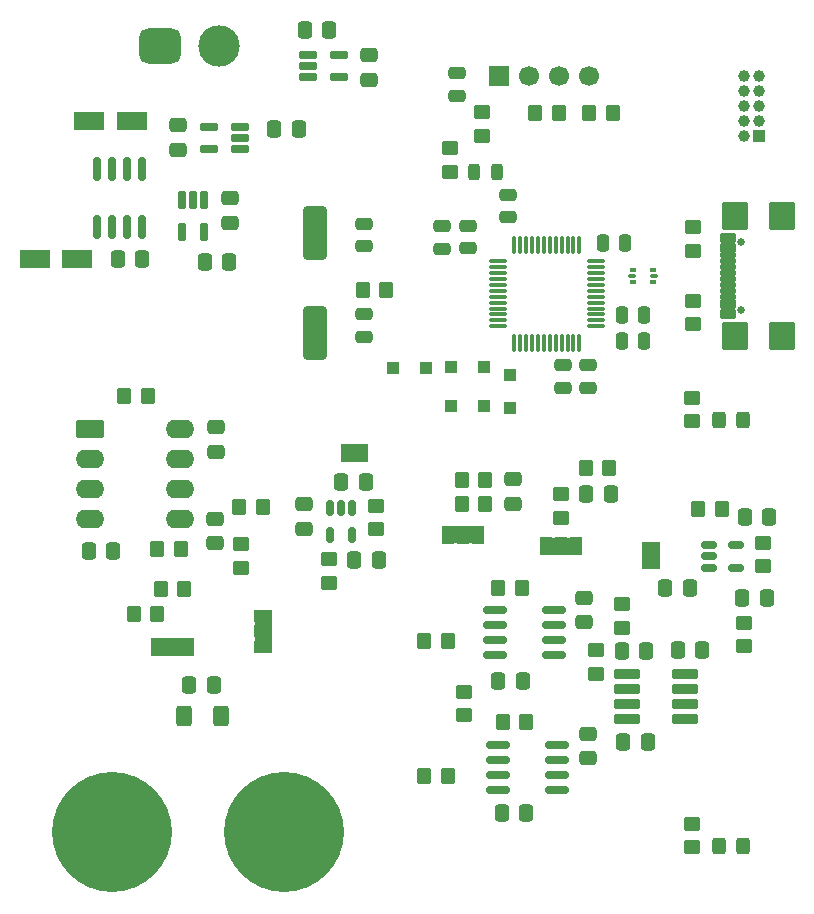
<source format=gbr>
%TF.GenerationSoftware,KiCad,Pcbnew,9.0.2*%
%TF.CreationDate,2025-11-12T20:00:32+01:00*%
%TF.ProjectId,precise_ammeter,70726563-6973-4655-9f61-6d6d65746572,rev?*%
%TF.SameCoordinates,Original*%
%TF.FileFunction,Soldermask,Top*%
%TF.FilePolarity,Negative*%
%FSLAX46Y46*%
G04 Gerber Fmt 4.6, Leading zero omitted, Abs format (unit mm)*
G04 Created by KiCad (PCBNEW 9.0.2) date 2025-11-12 20:00:32*
%MOMM*%
%LPD*%
G01*
G04 APERTURE LIST*
G04 Aperture macros list*
%AMRoundRect*
0 Rectangle with rounded corners*
0 $1 Rounding radius*
0 $2 $3 $4 $5 $6 $7 $8 $9 X,Y pos of 4 corners*
0 Add a 4 corners polygon primitive as box body*
4,1,4,$2,$3,$4,$5,$6,$7,$8,$9,$2,$3,0*
0 Add four circle primitives for the rounded corners*
1,1,$1+$1,$2,$3*
1,1,$1+$1,$4,$5*
1,1,$1+$1,$6,$7*
1,1,$1+$1,$8,$9*
0 Add four rect primitives between the rounded corners*
20,1,$1+$1,$2,$3,$4,$5,0*
20,1,$1+$1,$4,$5,$6,$7,0*
20,1,$1+$1,$6,$7,$8,$9,0*
20,1,$1+$1,$8,$9,$2,$3,0*%
G04 Aperture macros list end*
%ADD10RoundRect,0.250000X-0.750000X2.000000X-0.750000X-2.000000X0.750000X-2.000000X0.750000X2.000000X0*%
%ADD11RoundRect,0.250000X-0.450000X0.350000X-0.450000X-0.350000X0.450000X-0.350000X0.450000X0.350000X0*%
%ADD12RoundRect,0.250000X-0.337500X-0.475000X0.337500X-0.475000X0.337500X0.475000X-0.337500X0.475000X0*%
%ADD13RoundRect,0.250000X0.475000X-0.337500X0.475000X0.337500X-0.475000X0.337500X-0.475000X-0.337500X0*%
%ADD14RoundRect,0.250000X-0.475000X0.250000X-0.475000X-0.250000X0.475000X-0.250000X0.475000X0.250000X0*%
%ADD15R,1.000000X1.500000*%
%ADD16RoundRect,0.250000X0.300000X0.300000X-0.300000X0.300000X-0.300000X-0.300000X0.300000X-0.300000X0*%
%ADD17RoundRect,0.250000X-0.350000X-0.450000X0.350000X-0.450000X0.350000X0.450000X-0.350000X0.450000X0*%
%ADD18RoundRect,0.250000X1.050000X0.550000X-1.050000X0.550000X-1.050000X-0.550000X1.050000X-0.550000X0*%
%ADD19RoundRect,0.250000X0.350000X0.450000X-0.350000X0.450000X-0.350000X-0.450000X0.350000X-0.450000X0*%
%ADD20RoundRect,0.250000X-0.400000X-0.625000X0.400000X-0.625000X0.400000X0.625000X-0.400000X0.625000X0*%
%ADD21RoundRect,0.150000X-0.150000X0.512500X-0.150000X-0.512500X0.150000X-0.512500X0.150000X0.512500X0*%
%ADD22R,1.500000X1.000000*%
%ADD23RoundRect,0.250000X0.475000X-0.250000X0.475000X0.250000X-0.475000X0.250000X-0.475000X-0.250000X0*%
%ADD24RoundRect,0.250000X0.450000X-0.350000X0.450000X0.350000X-0.450000X0.350000X-0.450000X-0.350000X0*%
%ADD25RoundRect,0.250000X0.325000X0.450000X-0.325000X0.450000X-0.325000X-0.450000X0.325000X-0.450000X0*%
%ADD26RoundRect,0.250000X-0.250000X-0.475000X0.250000X-0.475000X0.250000X0.475000X-0.250000X0.475000X0*%
%ADD27RoundRect,0.250000X-1.050000X-0.550000X1.050000X-0.550000X1.050000X0.550000X-1.050000X0.550000X0*%
%ADD28RoundRect,0.250000X0.337500X0.475000X-0.337500X0.475000X-0.337500X-0.475000X0.337500X-0.475000X0*%
%ADD29RoundRect,0.250000X-0.475000X0.337500X-0.475000X-0.337500X0.475000X-0.337500X0.475000X0.337500X0*%
%ADD30RoundRect,0.150000X-0.150000X0.825000X-0.150000X-0.825000X0.150000X-0.825000X0.150000X0.825000X0*%
%ADD31RoundRect,0.250000X0.300000X-0.300000X0.300000X0.300000X-0.300000X0.300000X-0.300000X-0.300000X0*%
%ADD32C,10.160000*%
%ADD33RoundRect,0.243750X0.243750X0.456250X-0.243750X0.456250X-0.243750X-0.456250X0.243750X-0.456250X0*%
%ADD34RoundRect,0.100500X-0.986500X-0.301500X0.986500X-0.301500X0.986500X0.301500X-0.986500X0.301500X0*%
%ADD35R,1.700000X1.700000*%
%ADD36C,1.700000*%
%ADD37C,0.650000*%
%ADD38RoundRect,0.102000X0.575000X-0.300000X0.575000X0.300000X-0.575000X0.300000X-0.575000X-0.300000X0*%
%ADD39RoundRect,0.102000X0.575000X-0.150000X0.575000X0.150000X-0.575000X0.150000X-0.575000X-0.150000X0*%
%ADD40RoundRect,0.102000X1.000000X-1.090000X1.000000X1.090000X-1.000000X1.090000X-1.000000X-1.090000X0*%
%ADD41RoundRect,0.250000X-0.950000X-0.550000X0.950000X-0.550000X0.950000X0.550000X-0.950000X0.550000X0*%
%ADD42O,2.400000X1.600000*%
%ADD43RoundRect,0.075000X-0.662500X-0.075000X0.662500X-0.075000X0.662500X0.075000X-0.662500X0.075000X0*%
%ADD44RoundRect,0.075000X-0.075000X-0.662500X0.075000X-0.662500X0.075000X0.662500X-0.075000X0.662500X0*%
%ADD45RoundRect,0.750000X-1.000000X-0.750000X1.000000X-0.750000X1.000000X0.750000X-1.000000X0.750000X0*%
%ADD46C,3.500000*%
%ADD47RoundRect,0.162500X-0.617500X-0.162500X0.617500X-0.162500X0.617500X0.162500X-0.617500X0.162500X0*%
%ADD48RoundRect,0.162500X0.617500X0.162500X-0.617500X0.162500X-0.617500X-0.162500X0.617500X-0.162500X0*%
%ADD49RoundRect,0.150000X-0.825000X-0.150000X0.825000X-0.150000X0.825000X0.150000X-0.825000X0.150000X0*%
%ADD50RoundRect,0.162500X-0.162500X0.617500X-0.162500X-0.617500X0.162500X-0.617500X0.162500X0.617500X0*%
%ADD51R,1.000000X1.000000*%
%ADD52C,1.000000*%
%ADD53RoundRect,0.150000X-0.512500X-0.150000X0.512500X-0.150000X0.512500X0.150000X-0.512500X0.150000X0*%
%ADD54RoundRect,0.093750X-0.156250X-0.093750X0.156250X-0.093750X0.156250X0.093750X-0.156250X0.093750X0*%
%ADD55RoundRect,0.075000X-0.250000X-0.075000X0.250000X-0.075000X0.250000X0.075000X-0.250000X0.075000X0*%
G04 APERTURE END LIST*
%TO.C,JP1*%
G36*
X188300000Y-103850000D02*
G01*
X189900000Y-103850000D01*
X189900000Y-105350000D01*
X188300000Y-105350000D01*
X188300000Y-103850000D01*
G37*
%TO.C,JP2*%
G36*
X197550000Y-102500000D02*
G01*
X196050000Y-102500000D01*
X196050000Y-104100000D01*
X197550000Y-104100000D01*
X197550000Y-102500000D01*
G37*
%TO.C,JP3*%
G36*
X222800000Y-96850000D02*
G01*
X221200000Y-96850000D01*
X221200000Y-95350000D01*
X222800000Y-95350000D01*
X222800000Y-96850000D01*
G37*
%TO.C,JP4*%
G36*
X214500000Y-95850000D02*
G01*
X212900000Y-95850000D01*
X212900000Y-94350000D01*
X214500000Y-94350000D01*
X214500000Y-95850000D01*
G37*
%TO.C,JP5*%
G36*
X204356250Y-87417500D02*
G01*
X204656250Y-87417500D01*
X204656250Y-88917500D01*
X204356250Y-88917500D01*
X204356250Y-87417500D01*
G37*
%TO.C,JP6*%
G36*
X228875000Y-97000000D02*
G01*
X230375000Y-97000000D01*
X230375000Y-96700000D01*
X228875000Y-96700000D01*
X228875000Y-97000000D01*
G37*
%TD*%
D10*
%TO.C,Y1*%
X201200000Y-69532500D03*
X201200000Y-78032500D03*
%TD*%
D11*
%TO.C,R5*%
X212637500Y-62400000D03*
X212637500Y-64400000D03*
%TD*%
D12*
%TO.C,C20*%
X216975000Y-118700000D03*
X219050000Y-118700000D03*
%TD*%
D13*
%TO.C,C8*%
X192790000Y-88067500D03*
X192790000Y-85992500D03*
%TD*%
D14*
%TO.C,C36*%
X222200000Y-80750000D03*
X222200000Y-82650000D03*
%TD*%
D15*
%TO.C,JP1*%
X187800000Y-104600000D03*
X189100000Y-104600000D03*
X190400000Y-104600000D03*
%TD*%
D16*
%TO.C,D5*%
X210600000Y-81000000D03*
X207800000Y-81000000D03*
%TD*%
D17*
%TO.C,R3*%
X224100000Y-89500000D03*
X226100000Y-89500000D03*
%TD*%
D18*
%TO.C,C24*%
X185637500Y-60100000D03*
X182037500Y-60100000D03*
%TD*%
D19*
%TO.C,R7*%
X187800000Y-101800000D03*
X185800000Y-101800000D03*
%TD*%
D17*
%TO.C,R24*%
X216675000Y-99600000D03*
X218675000Y-99600000D03*
%TD*%
D20*
%TO.C,R_SENSE1*%
X190100000Y-110500000D03*
X193200000Y-110500000D03*
%TD*%
D12*
%TO.C,C25*%
X197700000Y-60800000D03*
X199775000Y-60800000D03*
%TD*%
D13*
%TO.C,C26*%
X189575000Y-62537500D03*
X189575000Y-60462500D03*
%TD*%
D21*
%TO.C,U2*%
X204306250Y-92830000D03*
X203356250Y-92830000D03*
X202406250Y-92830000D03*
X202406250Y-95105000D03*
X204306250Y-95105000D03*
%TD*%
D22*
%TO.C,JP2*%
X196800000Y-102000000D03*
X196800000Y-103300000D03*
X196800000Y-104600000D03*
%TD*%
D23*
%TO.C,C30*%
X211937500Y-70900000D03*
X211937500Y-69000000D03*
%TD*%
D24*
%TO.C,R12*%
X206356250Y-94667500D03*
X206356250Y-92667500D03*
%TD*%
D25*
%TO.C,D1*%
X237400000Y-121500000D03*
X235350000Y-121500000D03*
%TD*%
D17*
%TO.C,R31*%
X224400000Y-59400000D03*
X226400000Y-59400000D03*
%TD*%
D12*
%TO.C,C7*%
X182015000Y-96530000D03*
X184090000Y-96530000D03*
%TD*%
D15*
%TO.C,JP3*%
X223300000Y-96100000D03*
X222000000Y-96100000D03*
X220700000Y-96100000D03*
%TD*%
D12*
%TO.C,C13*%
X237562500Y-93600000D03*
X239637500Y-93600000D03*
%TD*%
D23*
%TO.C,C38*%
X214137500Y-70850000D03*
X214137500Y-68950000D03*
%TD*%
D26*
%TO.C,C37*%
X227150000Y-76500000D03*
X229050000Y-76500000D03*
%TD*%
D12*
%TO.C,C14*%
X237325000Y-100500000D03*
X239400000Y-100500000D03*
%TD*%
D27*
%TO.C,C27*%
X177437500Y-71800000D03*
X181037500Y-71800000D03*
%TD*%
D26*
%TO.C,C32*%
X227150000Y-78700000D03*
X229050000Y-78700000D03*
%TD*%
D13*
%TO.C,C19*%
X224250000Y-114037500D03*
X224250000Y-111962500D03*
%TD*%
D17*
%TO.C,R19*%
X210400000Y-104090000D03*
X212400000Y-104090000D03*
%TD*%
D28*
%TO.C,C28*%
X186537500Y-71800000D03*
X184462500Y-71800000D03*
%TD*%
D29*
%TO.C,C5*%
X205725000Y-54512500D03*
X205725000Y-56587500D03*
%TD*%
D24*
%TO.C,R21*%
X227125000Y-102995000D03*
X227125000Y-100995000D03*
%TD*%
D16*
%TO.C,D4*%
X215500000Y-84200000D03*
X212700000Y-84200000D03*
%TD*%
D12*
%TO.C,C11*%
X203381250Y-90667500D03*
X205456250Y-90667500D03*
%TD*%
D11*
%TO.C,R29*%
X233200000Y-75300000D03*
X233200000Y-77300000D03*
%TD*%
D19*
%TO.C,R30*%
X221800000Y-59400000D03*
X219800000Y-59400000D03*
%TD*%
D12*
%TO.C,C10*%
X204481250Y-97267500D03*
X206556250Y-97267500D03*
%TD*%
%TO.C,C2*%
X190537500Y-107800000D03*
X192612500Y-107800000D03*
%TD*%
D29*
%TO.C,C6*%
X192700000Y-93762500D03*
X192700000Y-95837500D03*
%TD*%
D24*
%TO.C,R22*%
X213800000Y-110400000D03*
X213800000Y-108400000D03*
%TD*%
D28*
%TO.C,C16*%
X233965000Y-104890000D03*
X231890000Y-104890000D03*
%TD*%
D11*
%TO.C,R10*%
X194900000Y-95900000D03*
X194900000Y-97900000D03*
%TD*%
D30*
%TO.C,U9*%
X186542500Y-64125000D03*
X185272500Y-64125000D03*
X184002500Y-64125000D03*
X182732500Y-64125000D03*
X182732500Y-69075000D03*
X184002500Y-69075000D03*
X185272500Y-69075000D03*
X186542500Y-69075000D03*
%TD*%
D31*
%TO.C,D6*%
X217700000Y-84400000D03*
X217700000Y-81600000D03*
%TD*%
D32*
%TO.C,J2*%
X198500000Y-120300000D03*
%TD*%
D12*
%TO.C,C15*%
X227250000Y-112695000D03*
X229325000Y-112695000D03*
%TD*%
D28*
%TO.C,C12*%
X232900000Y-99600000D03*
X230825000Y-99600000D03*
%TD*%
D24*
%TO.C,R20*%
X224925000Y-106895000D03*
X224925000Y-104895000D03*
%TD*%
D19*
%TO.C,R4*%
X215600000Y-92500000D03*
X213600000Y-92500000D03*
%TD*%
D12*
%TO.C,C18*%
X216700000Y-107500000D03*
X218775000Y-107500000D03*
%TD*%
D17*
%TO.C,R8*%
X184990000Y-83330000D03*
X186990000Y-83330000D03*
%TD*%
D23*
%TO.C,C29*%
X205300000Y-70682500D03*
X205300000Y-68782500D03*
%TD*%
D15*
%TO.C,JP4*%
X215000000Y-95100000D03*
X213700000Y-95100000D03*
X212400000Y-95100000D03*
%TD*%
D19*
%TO.C,R16*%
X215600000Y-90500000D03*
X213600000Y-90500000D03*
%TD*%
D33*
%TO.C,D3*%
X216537500Y-64400000D03*
X214662500Y-64400000D03*
%TD*%
D34*
%TO.C,U4*%
X227585000Y-106895000D03*
X227585000Y-108165000D03*
X227585000Y-109435000D03*
X227585000Y-110705000D03*
X232525000Y-110705000D03*
X232525000Y-109435000D03*
X232525000Y-108165000D03*
X232525000Y-106895000D03*
%TD*%
D26*
%TO.C,C34*%
X225550000Y-70410000D03*
X227450000Y-70410000D03*
%TD*%
D14*
%TO.C,C35*%
X224300000Y-80750000D03*
X224300000Y-82650000D03*
%TD*%
D19*
%TO.C,R15*%
X235600000Y-92950000D03*
X233600000Y-92950000D03*
%TD*%
D16*
%TO.C,D7*%
X215500000Y-80900000D03*
X212700000Y-80900000D03*
%TD*%
D17*
%TO.C,R23*%
X217050000Y-111000000D03*
X219050000Y-111000000D03*
%TD*%
D11*
%TO.C,R1*%
X215337500Y-59340000D03*
X215337500Y-61340000D03*
%TD*%
D29*
%TO.C,C9*%
X200206250Y-92530000D03*
X200206250Y-94605000D03*
%TD*%
D35*
%TO.C,J6*%
X216760000Y-56300000D03*
D36*
X219300000Y-56300000D03*
X221840000Y-56300000D03*
X224380000Y-56300000D03*
%TD*%
D37*
%TO.C,J3*%
X237237500Y-76100000D03*
X237237500Y-70320000D03*
D38*
X236162500Y-76410000D03*
X236162500Y-75610000D03*
D39*
X236162500Y-74460000D03*
X236162500Y-73460000D03*
X236162500Y-72960000D03*
X236162500Y-71960000D03*
D38*
X236162500Y-70010000D03*
X236162500Y-70810000D03*
D39*
X236162500Y-71460000D03*
X236162500Y-72460000D03*
X236162500Y-73960000D03*
X236162500Y-74960000D03*
D40*
X236737500Y-78320000D03*
X236737500Y-68100000D03*
X240667500Y-78320000D03*
X240667500Y-68100000D03*
%TD*%
D23*
%TO.C,C33*%
X217500000Y-68250000D03*
X217500000Y-66350000D03*
%TD*%
D41*
%TO.C,U1*%
X182080000Y-86120000D03*
D42*
X182080000Y-88660000D03*
X182080000Y-91200000D03*
X182080000Y-93740000D03*
X189700000Y-93740000D03*
X189700000Y-91200000D03*
X189700000Y-88660000D03*
X189700000Y-86120000D03*
%TD*%
D43*
%TO.C,U11*%
X216637500Y-71960000D03*
X216637500Y-72460000D03*
X216637500Y-72960000D03*
X216637500Y-73460000D03*
X216637500Y-73960000D03*
X216637500Y-74460000D03*
X216637500Y-74960000D03*
X216637500Y-75460000D03*
X216637500Y-75960000D03*
X216637500Y-76460000D03*
X216637500Y-76960000D03*
X216637500Y-77460000D03*
D44*
X218050000Y-78872500D03*
X218550000Y-78872500D03*
X219050000Y-78872500D03*
X219550000Y-78872500D03*
X220050000Y-78872500D03*
X220550000Y-78872500D03*
X221050000Y-78872500D03*
X221550000Y-78872500D03*
X222050000Y-78872500D03*
X222550000Y-78872500D03*
X223050000Y-78872500D03*
X223550000Y-78872500D03*
D43*
X224962500Y-77460000D03*
X224962500Y-76960000D03*
X224962500Y-76460000D03*
X224962500Y-75960000D03*
X224962500Y-75460000D03*
X224962500Y-74960000D03*
X224962500Y-74460000D03*
X224962500Y-73960000D03*
X224962500Y-73460000D03*
X224962500Y-72960000D03*
X224962500Y-72460000D03*
X224962500Y-71960000D03*
D44*
X223550000Y-70547500D03*
X223050000Y-70547500D03*
X222550000Y-70547500D03*
X222050000Y-70547500D03*
X221550000Y-70547500D03*
X221050000Y-70547500D03*
X220550000Y-70547500D03*
X220050000Y-70547500D03*
X219550000Y-70547500D03*
X219050000Y-70547500D03*
X218550000Y-70547500D03*
X218050000Y-70547500D03*
%TD*%
D45*
%TO.C,J5*%
X188037500Y-53700000D03*
D46*
X193037500Y-53700000D03*
%TD*%
D12*
%TO.C,C1*%
X200287500Y-52350000D03*
X202362500Y-52350000D03*
%TD*%
D14*
%TO.C,C31*%
X205300000Y-76432500D03*
X205300000Y-78332500D03*
%TD*%
D47*
%TO.C,U7*%
X200537500Y-54500000D03*
X200537500Y-55450000D03*
X200537500Y-56400000D03*
X203237500Y-56400000D03*
X203237500Y-54500000D03*
%TD*%
D11*
%TO.C,R27*%
X233100000Y-119575000D03*
X233100000Y-121575000D03*
%TD*%
D48*
%TO.C,U10*%
X194850000Y-62450000D03*
X194850000Y-61500000D03*
X194850000Y-60550000D03*
X192150000Y-60550000D03*
X192150000Y-62450000D03*
%TD*%
D11*
%TO.C,R2*%
X222000000Y-91700000D03*
X222000000Y-93700000D03*
%TD*%
D49*
%TO.C,U5*%
X216700000Y-112895000D03*
X216700000Y-114165000D03*
X216700000Y-115435000D03*
X216700000Y-116705000D03*
X221650000Y-116705000D03*
X221650000Y-115435000D03*
X221650000Y-114165000D03*
X221650000Y-112895000D03*
%TD*%
D14*
%TO.C,C40*%
X213200000Y-56050000D03*
X213200000Y-57950000D03*
%TD*%
D19*
%TO.C,R9*%
X189790000Y-96330000D03*
X187790000Y-96330000D03*
%TD*%
D11*
%TO.C,R26*%
X233100000Y-83500000D03*
X233100000Y-85500000D03*
%TD*%
D15*
%TO.C,JP5*%
X203856250Y-88167500D03*
X205156250Y-88167500D03*
%TD*%
D49*
%TO.C,U6*%
X216425000Y-101495000D03*
X216425000Y-102765000D03*
X216425000Y-104035000D03*
X216425000Y-105305000D03*
X221375000Y-105305000D03*
X221375000Y-104035000D03*
X221375000Y-102765000D03*
X221375000Y-101495000D03*
%TD*%
D29*
%TO.C,C4*%
X217900000Y-90425000D03*
X217900000Y-92500000D03*
%TD*%
D50*
%TO.C,U8*%
X191800000Y-66800000D03*
X190850000Y-66800000D03*
X189900000Y-66800000D03*
X189900000Y-69500000D03*
X191800000Y-69500000D03*
%TD*%
D13*
%TO.C,C21*%
X223975000Y-102537500D03*
X223975000Y-100462500D03*
%TD*%
D22*
%TO.C,JP6*%
X229625000Y-97500000D03*
X229625000Y-96200000D03*
%TD*%
D32*
%TO.C,J1*%
X184000000Y-120300000D03*
%TD*%
D17*
%TO.C,R18*%
X210400000Y-115500000D03*
X212400000Y-115500000D03*
%TD*%
D11*
%TO.C,R14*%
X239100000Y-95800000D03*
X239100000Y-97800000D03*
%TD*%
D12*
%TO.C,C3*%
X224125000Y-91700000D03*
X226200000Y-91700000D03*
%TD*%
D17*
%TO.C,R11*%
X194756250Y-92767500D03*
X196756250Y-92767500D03*
%TD*%
D24*
%TO.C,R17*%
X237500000Y-104550000D03*
X237500000Y-102550000D03*
%TD*%
D51*
%TO.C,J4*%
X238800000Y-61370000D03*
D52*
X237530000Y-61370000D03*
X238800000Y-60100000D03*
X237530000Y-60100000D03*
X238800000Y-58830000D03*
X237530000Y-58830000D03*
X238800000Y-57560000D03*
X237530000Y-57560000D03*
X238800000Y-56290000D03*
X237530000Y-56290000D03*
%TD*%
D24*
%TO.C,R13*%
X202356250Y-99167500D03*
X202356250Y-97167500D03*
%TD*%
D19*
%TO.C,R6*%
X190100000Y-99700000D03*
X188100000Y-99700000D03*
%TD*%
D24*
%TO.C,R28*%
X233200000Y-71100000D03*
X233200000Y-69100000D03*
%TD*%
D53*
%TO.C,U3*%
X234562500Y-96000000D03*
X234562500Y-96950000D03*
X234562500Y-97900000D03*
X236837500Y-97900000D03*
X236837500Y-96000000D03*
%TD*%
D25*
%TO.C,D2*%
X237400000Y-85400000D03*
X235350000Y-85400000D03*
%TD*%
D12*
%TO.C,C23*%
X191825000Y-72050000D03*
X193900000Y-72050000D03*
%TD*%
D17*
%TO.C,R25*%
X205200000Y-74400000D03*
X207200000Y-74400000D03*
%TD*%
D29*
%TO.C,C22*%
X194000000Y-66622500D03*
X194000000Y-68697500D03*
%TD*%
D12*
%TO.C,C17*%
X227150000Y-104995000D03*
X229225000Y-104995000D03*
%TD*%
D54*
%TO.C,U12*%
X228100000Y-72672500D03*
D55*
X228025000Y-73210000D03*
D54*
X228100000Y-73747500D03*
X229800000Y-73747500D03*
D55*
X229875000Y-73210000D03*
D54*
X229800000Y-72672500D03*
%TD*%
M02*

</source>
